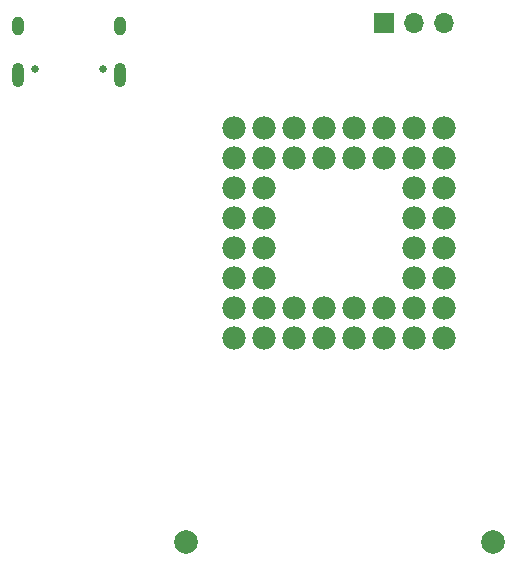
<source format=gbr>
%TF.GenerationSoftware,KiCad,Pcbnew,6.0.5-a6ca702e91~116~ubuntu22.04.1*%
%TF.CreationDate,2022-06-05T12:33:17+01:00*%
%TF.ProjectId,gba-cart-pga,6762612d-6361-4727-942d-7067612e6b69,rev?*%
%TF.SameCoordinates,Original*%
%TF.FileFunction,Soldermask,Bot*%
%TF.FilePolarity,Negative*%
%FSLAX46Y46*%
G04 Gerber Fmt 4.6, Leading zero omitted, Abs format (unit mm)*
G04 Created by KiCad (PCBNEW 6.0.5-a6ca702e91~116~ubuntu22.04.1) date 2022-06-05 12:33:17*
%MOMM*%
%LPD*%
G01*
G04 APERTURE LIST*
%ADD10C,2.000000*%
%ADD11R,1.700000X1.700000*%
%ADD12O,1.700000X1.700000*%
%ADD13C,0.650000*%
%ADD14O,1.000000X2.100000*%
%ADD15O,1.000000X1.600000*%
%ADD16C,1.981200*%
G04 APERTURE END LIST*
D10*
%TO.C,J3*%
X147620000Y-127700000D03*
X121620000Y-127700000D03*
%TD*%
D11*
%TO.C,J2*%
X138430000Y-83820000D03*
D12*
X140970000Y-83820000D03*
X143510000Y-83820000D03*
%TD*%
D13*
%TO.C,J1*%
X108870000Y-87695000D03*
X114650000Y-87695000D03*
D14*
X116080000Y-88195000D03*
D15*
X107440000Y-84015000D03*
D14*
X107440000Y-88195000D03*
D15*
X116080000Y-84015000D03*
%TD*%
D16*
%TO.C,U1*%
X125730000Y-92710000D03*
X128270000Y-92710000D03*
X130810000Y-92710000D03*
X133350000Y-92710000D03*
X135890000Y-92710000D03*
X138430000Y-92710000D03*
X140970000Y-92710000D03*
X143510000Y-92710000D03*
X125730000Y-95250000D03*
X128270000Y-95250000D03*
X130810000Y-95250000D03*
X133350000Y-95250000D03*
X135890000Y-95250000D03*
X138430000Y-95250000D03*
X140970000Y-95250000D03*
X143510000Y-95250000D03*
X125730000Y-97790000D03*
X128270000Y-97790000D03*
X140970000Y-97790000D03*
X143510000Y-97790000D03*
X125730000Y-100330000D03*
X128270000Y-100330000D03*
X140970000Y-100330000D03*
X143510000Y-100330000D03*
X125730000Y-102870000D03*
X128270000Y-102870000D03*
X140970000Y-102870000D03*
X143510000Y-102870000D03*
X125730000Y-105410000D03*
X128270000Y-105410000D03*
X140970000Y-105410000D03*
X143510000Y-105410000D03*
X125730000Y-107950000D03*
X128270000Y-107950000D03*
X130810000Y-107950000D03*
X133350000Y-107950000D03*
X135890000Y-107950000D03*
X138430000Y-107950000D03*
X140970000Y-107950000D03*
X143510000Y-107950000D03*
X125730000Y-110490000D03*
X128270000Y-110490000D03*
X130810000Y-110490000D03*
X133350000Y-110490000D03*
X135890000Y-110490000D03*
X138430000Y-110490000D03*
X140970000Y-110490000D03*
X143510000Y-110490000D03*
%TD*%
M02*

</source>
